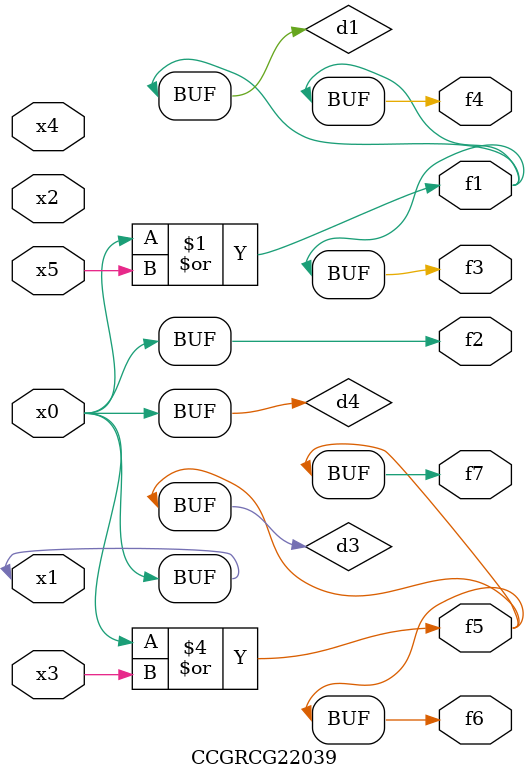
<source format=v>
module CCGRCG22039(
	input x0, x1, x2, x3, x4, x5,
	output f1, f2, f3, f4, f5, f6, f7
);

	wire d1, d2, d3, d4;

	or (d1, x0, x5);
	xnor (d2, x1, x4);
	or (d3, x0, x3);
	buf (d4, x0, x1);
	assign f1 = d1;
	assign f2 = d4;
	assign f3 = d1;
	assign f4 = d1;
	assign f5 = d3;
	assign f6 = d3;
	assign f7 = d3;
endmodule

</source>
